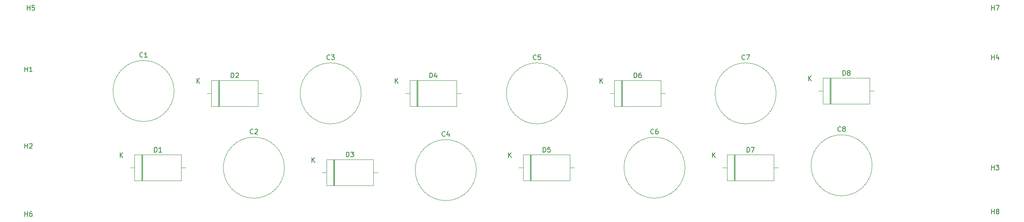
<source format=gbr>
%TF.GenerationSoftware,KiCad,Pcbnew,8.0.7*%
%TF.CreationDate,2025-10-03T18:14:02-07:00*%
%TF.ProjectId,HV Power Supply,48562050-6f77-4657-9220-537570706c79,rev?*%
%TF.SameCoordinates,Original*%
%TF.FileFunction,Legend,Top*%
%TF.FilePolarity,Positive*%
%FSLAX46Y46*%
G04 Gerber Fmt 4.6, Leading zero omitted, Abs format (unit mm)*
G04 Created by KiCad (PCBNEW 8.0.7) date 2025-10-03 18:14:02*
%MOMM*%
%LPD*%
G01*
G04 APERTURE LIST*
%ADD10C,0.150000*%
%ADD11C,0.120000*%
G04 APERTURE END LIST*
D10*
X256238095Y-118654819D02*
X256238095Y-117654819D01*
X256238095Y-118131009D02*
X256809523Y-118131009D01*
X256809523Y-118654819D02*
X256809523Y-117654819D01*
X257428571Y-118083390D02*
X257333333Y-118035771D01*
X257333333Y-118035771D02*
X257285714Y-117988152D01*
X257285714Y-117988152D02*
X257238095Y-117892914D01*
X257238095Y-117892914D02*
X257238095Y-117845295D01*
X257238095Y-117845295D02*
X257285714Y-117750057D01*
X257285714Y-117750057D02*
X257333333Y-117702438D01*
X257333333Y-117702438D02*
X257428571Y-117654819D01*
X257428571Y-117654819D02*
X257619047Y-117654819D01*
X257619047Y-117654819D02*
X257714285Y-117702438D01*
X257714285Y-117702438D02*
X257761904Y-117750057D01*
X257761904Y-117750057D02*
X257809523Y-117845295D01*
X257809523Y-117845295D02*
X257809523Y-117892914D01*
X257809523Y-117892914D02*
X257761904Y-117988152D01*
X257761904Y-117988152D02*
X257714285Y-118035771D01*
X257714285Y-118035771D02*
X257619047Y-118083390D01*
X257619047Y-118083390D02*
X257428571Y-118083390D01*
X257428571Y-118083390D02*
X257333333Y-118131009D01*
X257333333Y-118131009D02*
X257285714Y-118178628D01*
X257285714Y-118178628D02*
X257238095Y-118273866D01*
X257238095Y-118273866D02*
X257238095Y-118464342D01*
X257238095Y-118464342D02*
X257285714Y-118559580D01*
X257285714Y-118559580D02*
X257333333Y-118607200D01*
X257333333Y-118607200D02*
X257428571Y-118654819D01*
X257428571Y-118654819D02*
X257619047Y-118654819D01*
X257619047Y-118654819D02*
X257714285Y-118607200D01*
X257714285Y-118607200D02*
X257761904Y-118559580D01*
X257761904Y-118559580D02*
X257809523Y-118464342D01*
X257809523Y-118464342D02*
X257809523Y-118273866D01*
X257809523Y-118273866D02*
X257761904Y-118178628D01*
X257761904Y-118178628D02*
X257714285Y-118131009D01*
X257714285Y-118131009D02*
X257619047Y-118083390D01*
X256238095Y-76154819D02*
X256238095Y-75154819D01*
X256238095Y-75631009D02*
X256809523Y-75631009D01*
X256809523Y-76154819D02*
X256809523Y-75154819D01*
X257190476Y-75154819D02*
X257857142Y-75154819D01*
X257857142Y-75154819D02*
X257428571Y-76154819D01*
X54738095Y-119154819D02*
X54738095Y-118154819D01*
X54738095Y-118631009D02*
X55309523Y-118631009D01*
X55309523Y-119154819D02*
X55309523Y-118154819D01*
X56214285Y-118154819D02*
X56023809Y-118154819D01*
X56023809Y-118154819D02*
X55928571Y-118202438D01*
X55928571Y-118202438D02*
X55880952Y-118250057D01*
X55880952Y-118250057D02*
X55785714Y-118392914D01*
X55785714Y-118392914D02*
X55738095Y-118583390D01*
X55738095Y-118583390D02*
X55738095Y-118964342D01*
X55738095Y-118964342D02*
X55785714Y-119059580D01*
X55785714Y-119059580D02*
X55833333Y-119107200D01*
X55833333Y-119107200D02*
X55928571Y-119154819D01*
X55928571Y-119154819D02*
X56119047Y-119154819D01*
X56119047Y-119154819D02*
X56214285Y-119107200D01*
X56214285Y-119107200D02*
X56261904Y-119059580D01*
X56261904Y-119059580D02*
X56309523Y-118964342D01*
X56309523Y-118964342D02*
X56309523Y-118726247D01*
X56309523Y-118726247D02*
X56261904Y-118631009D01*
X56261904Y-118631009D02*
X56214285Y-118583390D01*
X56214285Y-118583390D02*
X56119047Y-118535771D01*
X56119047Y-118535771D02*
X55928571Y-118535771D01*
X55928571Y-118535771D02*
X55833333Y-118583390D01*
X55833333Y-118583390D02*
X55785714Y-118631009D01*
X55785714Y-118631009D02*
X55738095Y-118726247D01*
X55238095Y-76154819D02*
X55238095Y-75154819D01*
X55238095Y-75631009D02*
X55809523Y-75631009D01*
X55809523Y-76154819D02*
X55809523Y-75154819D01*
X56761904Y-75154819D02*
X56285714Y-75154819D01*
X56285714Y-75154819D02*
X56238095Y-75631009D01*
X56238095Y-75631009D02*
X56285714Y-75583390D01*
X56285714Y-75583390D02*
X56380952Y-75535771D01*
X56380952Y-75535771D02*
X56619047Y-75535771D01*
X56619047Y-75535771D02*
X56714285Y-75583390D01*
X56714285Y-75583390D02*
X56761904Y-75631009D01*
X56761904Y-75631009D02*
X56809523Y-75726247D01*
X56809523Y-75726247D02*
X56809523Y-75964342D01*
X56809523Y-75964342D02*
X56761904Y-76059580D01*
X56761904Y-76059580D02*
X56714285Y-76107200D01*
X56714285Y-76107200D02*
X56619047Y-76154819D01*
X56619047Y-76154819D02*
X56380952Y-76154819D01*
X56380952Y-76154819D02*
X56285714Y-76107200D01*
X56285714Y-76107200D02*
X56238095Y-76059580D01*
X256238095Y-86454819D02*
X256238095Y-85454819D01*
X256238095Y-85931009D02*
X256809523Y-85931009D01*
X256809523Y-86454819D02*
X256809523Y-85454819D01*
X257714285Y-85788152D02*
X257714285Y-86454819D01*
X257476190Y-85407200D02*
X257238095Y-86121485D01*
X257238095Y-86121485D02*
X257857142Y-86121485D01*
X204833333Y-86359580D02*
X204785714Y-86407200D01*
X204785714Y-86407200D02*
X204642857Y-86454819D01*
X204642857Y-86454819D02*
X204547619Y-86454819D01*
X204547619Y-86454819D02*
X204404762Y-86407200D01*
X204404762Y-86407200D02*
X204309524Y-86311961D01*
X204309524Y-86311961D02*
X204261905Y-86216723D01*
X204261905Y-86216723D02*
X204214286Y-86026247D01*
X204214286Y-86026247D02*
X204214286Y-85883390D01*
X204214286Y-85883390D02*
X204261905Y-85692914D01*
X204261905Y-85692914D02*
X204309524Y-85597676D01*
X204309524Y-85597676D02*
X204404762Y-85502438D01*
X204404762Y-85502438D02*
X204547619Y-85454819D01*
X204547619Y-85454819D02*
X204642857Y-85454819D01*
X204642857Y-85454819D02*
X204785714Y-85502438D01*
X204785714Y-85502438D02*
X204833333Y-85550057D01*
X205166667Y-85454819D02*
X205833333Y-85454819D01*
X205833333Y-85454819D02*
X205404762Y-86454819D01*
X161333333Y-86359580D02*
X161285714Y-86407200D01*
X161285714Y-86407200D02*
X161142857Y-86454819D01*
X161142857Y-86454819D02*
X161047619Y-86454819D01*
X161047619Y-86454819D02*
X160904762Y-86407200D01*
X160904762Y-86407200D02*
X160809524Y-86311961D01*
X160809524Y-86311961D02*
X160761905Y-86216723D01*
X160761905Y-86216723D02*
X160714286Y-86026247D01*
X160714286Y-86026247D02*
X160714286Y-85883390D01*
X160714286Y-85883390D02*
X160761905Y-85692914D01*
X160761905Y-85692914D02*
X160809524Y-85597676D01*
X160809524Y-85597676D02*
X160904762Y-85502438D01*
X160904762Y-85502438D02*
X161047619Y-85454819D01*
X161047619Y-85454819D02*
X161142857Y-85454819D01*
X161142857Y-85454819D02*
X161285714Y-85502438D01*
X161285714Y-85502438D02*
X161333333Y-85550057D01*
X162238095Y-85454819D02*
X161761905Y-85454819D01*
X161761905Y-85454819D02*
X161714286Y-85931009D01*
X161714286Y-85931009D02*
X161761905Y-85883390D01*
X161761905Y-85883390D02*
X161857143Y-85835771D01*
X161857143Y-85835771D02*
X162095238Y-85835771D01*
X162095238Y-85835771D02*
X162190476Y-85883390D01*
X162190476Y-85883390D02*
X162238095Y-85931009D01*
X162238095Y-85931009D02*
X162285714Y-86026247D01*
X162285714Y-86026247D02*
X162285714Y-86264342D01*
X162285714Y-86264342D02*
X162238095Y-86359580D01*
X162238095Y-86359580D02*
X162190476Y-86407200D01*
X162190476Y-86407200D02*
X162095238Y-86454819D01*
X162095238Y-86454819D02*
X161857143Y-86454819D01*
X161857143Y-86454819D02*
X161761905Y-86407200D01*
X161761905Y-86407200D02*
X161714286Y-86359580D01*
X256238095Y-109454819D02*
X256238095Y-108454819D01*
X256238095Y-108931009D02*
X256809523Y-108931009D01*
X256809523Y-109454819D02*
X256809523Y-108454819D01*
X257190476Y-108454819D02*
X257809523Y-108454819D01*
X257809523Y-108454819D02*
X257476190Y-108835771D01*
X257476190Y-108835771D02*
X257619047Y-108835771D01*
X257619047Y-108835771D02*
X257714285Y-108883390D01*
X257714285Y-108883390D02*
X257761904Y-108931009D01*
X257761904Y-108931009D02*
X257809523Y-109026247D01*
X257809523Y-109026247D02*
X257809523Y-109264342D01*
X257809523Y-109264342D02*
X257761904Y-109359580D01*
X257761904Y-109359580D02*
X257714285Y-109407200D01*
X257714285Y-109407200D02*
X257619047Y-109454819D01*
X257619047Y-109454819D02*
X257333333Y-109454819D01*
X257333333Y-109454819D02*
X257238095Y-109407200D01*
X257238095Y-109407200D02*
X257190476Y-109359580D01*
X79333333Y-85859580D02*
X79285714Y-85907200D01*
X79285714Y-85907200D02*
X79142857Y-85954819D01*
X79142857Y-85954819D02*
X79047619Y-85954819D01*
X79047619Y-85954819D02*
X78904762Y-85907200D01*
X78904762Y-85907200D02*
X78809524Y-85811961D01*
X78809524Y-85811961D02*
X78761905Y-85716723D01*
X78761905Y-85716723D02*
X78714286Y-85526247D01*
X78714286Y-85526247D02*
X78714286Y-85383390D01*
X78714286Y-85383390D02*
X78761905Y-85192914D01*
X78761905Y-85192914D02*
X78809524Y-85097676D01*
X78809524Y-85097676D02*
X78904762Y-85002438D01*
X78904762Y-85002438D02*
X79047619Y-84954819D01*
X79047619Y-84954819D02*
X79142857Y-84954819D01*
X79142857Y-84954819D02*
X79285714Y-85002438D01*
X79285714Y-85002438D02*
X79333333Y-85050057D01*
X80285714Y-85954819D02*
X79714286Y-85954819D01*
X80000000Y-85954819D02*
X80000000Y-84954819D01*
X80000000Y-84954819D02*
X79904762Y-85097676D01*
X79904762Y-85097676D02*
X79809524Y-85192914D01*
X79809524Y-85192914D02*
X79714286Y-85240533D01*
X142333333Y-102359580D02*
X142285714Y-102407200D01*
X142285714Y-102407200D02*
X142142857Y-102454819D01*
X142142857Y-102454819D02*
X142047619Y-102454819D01*
X142047619Y-102454819D02*
X141904762Y-102407200D01*
X141904762Y-102407200D02*
X141809524Y-102311961D01*
X141809524Y-102311961D02*
X141761905Y-102216723D01*
X141761905Y-102216723D02*
X141714286Y-102026247D01*
X141714286Y-102026247D02*
X141714286Y-101883390D01*
X141714286Y-101883390D02*
X141761905Y-101692914D01*
X141761905Y-101692914D02*
X141809524Y-101597676D01*
X141809524Y-101597676D02*
X141904762Y-101502438D01*
X141904762Y-101502438D02*
X142047619Y-101454819D01*
X142047619Y-101454819D02*
X142142857Y-101454819D01*
X142142857Y-101454819D02*
X142285714Y-101502438D01*
X142285714Y-101502438D02*
X142333333Y-101550057D01*
X143190476Y-101788152D02*
X143190476Y-102454819D01*
X142952381Y-101407200D02*
X142714286Y-102121485D01*
X142714286Y-102121485D02*
X143333333Y-102121485D01*
X81761905Y-105734819D02*
X81761905Y-104734819D01*
X81761905Y-104734819D02*
X82000000Y-104734819D01*
X82000000Y-104734819D02*
X82142857Y-104782438D01*
X82142857Y-104782438D02*
X82238095Y-104877676D01*
X82238095Y-104877676D02*
X82285714Y-104972914D01*
X82285714Y-104972914D02*
X82333333Y-105163390D01*
X82333333Y-105163390D02*
X82333333Y-105306247D01*
X82333333Y-105306247D02*
X82285714Y-105496723D01*
X82285714Y-105496723D02*
X82238095Y-105591961D01*
X82238095Y-105591961D02*
X82142857Y-105687200D01*
X82142857Y-105687200D02*
X82000000Y-105734819D01*
X82000000Y-105734819D02*
X81761905Y-105734819D01*
X83285714Y-105734819D02*
X82714286Y-105734819D01*
X83000000Y-105734819D02*
X83000000Y-104734819D01*
X83000000Y-104734819D02*
X82904762Y-104877676D01*
X82904762Y-104877676D02*
X82809524Y-104972914D01*
X82809524Y-104972914D02*
X82714286Y-105020533D01*
X74618095Y-106854819D02*
X74618095Y-105854819D01*
X75189523Y-106854819D02*
X74760952Y-106283390D01*
X75189523Y-105854819D02*
X74618095Y-106426247D01*
X121761905Y-106734819D02*
X121761905Y-105734819D01*
X121761905Y-105734819D02*
X122000000Y-105734819D01*
X122000000Y-105734819D02*
X122142857Y-105782438D01*
X122142857Y-105782438D02*
X122238095Y-105877676D01*
X122238095Y-105877676D02*
X122285714Y-105972914D01*
X122285714Y-105972914D02*
X122333333Y-106163390D01*
X122333333Y-106163390D02*
X122333333Y-106306247D01*
X122333333Y-106306247D02*
X122285714Y-106496723D01*
X122285714Y-106496723D02*
X122238095Y-106591961D01*
X122238095Y-106591961D02*
X122142857Y-106687200D01*
X122142857Y-106687200D02*
X122000000Y-106734819D01*
X122000000Y-106734819D02*
X121761905Y-106734819D01*
X122666667Y-105734819D02*
X123285714Y-105734819D01*
X123285714Y-105734819D02*
X122952381Y-106115771D01*
X122952381Y-106115771D02*
X123095238Y-106115771D01*
X123095238Y-106115771D02*
X123190476Y-106163390D01*
X123190476Y-106163390D02*
X123238095Y-106211009D01*
X123238095Y-106211009D02*
X123285714Y-106306247D01*
X123285714Y-106306247D02*
X123285714Y-106544342D01*
X123285714Y-106544342D02*
X123238095Y-106639580D01*
X123238095Y-106639580D02*
X123190476Y-106687200D01*
X123190476Y-106687200D02*
X123095238Y-106734819D01*
X123095238Y-106734819D02*
X122809524Y-106734819D01*
X122809524Y-106734819D02*
X122714286Y-106687200D01*
X122714286Y-106687200D02*
X122666667Y-106639580D01*
X114618095Y-107854819D02*
X114618095Y-106854819D01*
X115189523Y-107854819D02*
X114760952Y-107283390D01*
X115189523Y-106854819D02*
X114618095Y-107426247D01*
X181761905Y-90234819D02*
X181761905Y-89234819D01*
X181761905Y-89234819D02*
X182000000Y-89234819D01*
X182000000Y-89234819D02*
X182142857Y-89282438D01*
X182142857Y-89282438D02*
X182238095Y-89377676D01*
X182238095Y-89377676D02*
X182285714Y-89472914D01*
X182285714Y-89472914D02*
X182333333Y-89663390D01*
X182333333Y-89663390D02*
X182333333Y-89806247D01*
X182333333Y-89806247D02*
X182285714Y-89996723D01*
X182285714Y-89996723D02*
X182238095Y-90091961D01*
X182238095Y-90091961D02*
X182142857Y-90187200D01*
X182142857Y-90187200D02*
X182000000Y-90234819D01*
X182000000Y-90234819D02*
X181761905Y-90234819D01*
X183190476Y-89234819D02*
X183000000Y-89234819D01*
X183000000Y-89234819D02*
X182904762Y-89282438D01*
X182904762Y-89282438D02*
X182857143Y-89330057D01*
X182857143Y-89330057D02*
X182761905Y-89472914D01*
X182761905Y-89472914D02*
X182714286Y-89663390D01*
X182714286Y-89663390D02*
X182714286Y-90044342D01*
X182714286Y-90044342D02*
X182761905Y-90139580D01*
X182761905Y-90139580D02*
X182809524Y-90187200D01*
X182809524Y-90187200D02*
X182904762Y-90234819D01*
X182904762Y-90234819D02*
X183095238Y-90234819D01*
X183095238Y-90234819D02*
X183190476Y-90187200D01*
X183190476Y-90187200D02*
X183238095Y-90139580D01*
X183238095Y-90139580D02*
X183285714Y-90044342D01*
X183285714Y-90044342D02*
X183285714Y-89806247D01*
X183285714Y-89806247D02*
X183238095Y-89711009D01*
X183238095Y-89711009D02*
X183190476Y-89663390D01*
X183190476Y-89663390D02*
X183095238Y-89615771D01*
X183095238Y-89615771D02*
X182904762Y-89615771D01*
X182904762Y-89615771D02*
X182809524Y-89663390D01*
X182809524Y-89663390D02*
X182761905Y-89711009D01*
X182761905Y-89711009D02*
X182714286Y-89806247D01*
X174618095Y-91354819D02*
X174618095Y-90354819D01*
X175189523Y-91354819D02*
X174760952Y-90783390D01*
X175189523Y-90354819D02*
X174618095Y-90926247D01*
X162761905Y-105734819D02*
X162761905Y-104734819D01*
X162761905Y-104734819D02*
X163000000Y-104734819D01*
X163000000Y-104734819D02*
X163142857Y-104782438D01*
X163142857Y-104782438D02*
X163238095Y-104877676D01*
X163238095Y-104877676D02*
X163285714Y-104972914D01*
X163285714Y-104972914D02*
X163333333Y-105163390D01*
X163333333Y-105163390D02*
X163333333Y-105306247D01*
X163333333Y-105306247D02*
X163285714Y-105496723D01*
X163285714Y-105496723D02*
X163238095Y-105591961D01*
X163238095Y-105591961D02*
X163142857Y-105687200D01*
X163142857Y-105687200D02*
X163000000Y-105734819D01*
X163000000Y-105734819D02*
X162761905Y-105734819D01*
X164238095Y-104734819D02*
X163761905Y-104734819D01*
X163761905Y-104734819D02*
X163714286Y-105211009D01*
X163714286Y-105211009D02*
X163761905Y-105163390D01*
X163761905Y-105163390D02*
X163857143Y-105115771D01*
X163857143Y-105115771D02*
X164095238Y-105115771D01*
X164095238Y-105115771D02*
X164190476Y-105163390D01*
X164190476Y-105163390D02*
X164238095Y-105211009D01*
X164238095Y-105211009D02*
X164285714Y-105306247D01*
X164285714Y-105306247D02*
X164285714Y-105544342D01*
X164285714Y-105544342D02*
X164238095Y-105639580D01*
X164238095Y-105639580D02*
X164190476Y-105687200D01*
X164190476Y-105687200D02*
X164095238Y-105734819D01*
X164095238Y-105734819D02*
X163857143Y-105734819D01*
X163857143Y-105734819D02*
X163761905Y-105687200D01*
X163761905Y-105687200D02*
X163714286Y-105639580D01*
X155618095Y-106854819D02*
X155618095Y-105854819D01*
X156189523Y-106854819D02*
X155760952Y-106283390D01*
X156189523Y-105854819D02*
X155618095Y-106426247D01*
X224833333Y-101359580D02*
X224785714Y-101407200D01*
X224785714Y-101407200D02*
X224642857Y-101454819D01*
X224642857Y-101454819D02*
X224547619Y-101454819D01*
X224547619Y-101454819D02*
X224404762Y-101407200D01*
X224404762Y-101407200D02*
X224309524Y-101311961D01*
X224309524Y-101311961D02*
X224261905Y-101216723D01*
X224261905Y-101216723D02*
X224214286Y-101026247D01*
X224214286Y-101026247D02*
X224214286Y-100883390D01*
X224214286Y-100883390D02*
X224261905Y-100692914D01*
X224261905Y-100692914D02*
X224309524Y-100597676D01*
X224309524Y-100597676D02*
X224404762Y-100502438D01*
X224404762Y-100502438D02*
X224547619Y-100454819D01*
X224547619Y-100454819D02*
X224642857Y-100454819D01*
X224642857Y-100454819D02*
X224785714Y-100502438D01*
X224785714Y-100502438D02*
X224833333Y-100550057D01*
X225404762Y-100883390D02*
X225309524Y-100835771D01*
X225309524Y-100835771D02*
X225261905Y-100788152D01*
X225261905Y-100788152D02*
X225214286Y-100692914D01*
X225214286Y-100692914D02*
X225214286Y-100645295D01*
X225214286Y-100645295D02*
X225261905Y-100550057D01*
X225261905Y-100550057D02*
X225309524Y-100502438D01*
X225309524Y-100502438D02*
X225404762Y-100454819D01*
X225404762Y-100454819D02*
X225595238Y-100454819D01*
X225595238Y-100454819D02*
X225690476Y-100502438D01*
X225690476Y-100502438D02*
X225738095Y-100550057D01*
X225738095Y-100550057D02*
X225785714Y-100645295D01*
X225785714Y-100645295D02*
X225785714Y-100692914D01*
X225785714Y-100692914D02*
X225738095Y-100788152D01*
X225738095Y-100788152D02*
X225690476Y-100835771D01*
X225690476Y-100835771D02*
X225595238Y-100883390D01*
X225595238Y-100883390D02*
X225404762Y-100883390D01*
X225404762Y-100883390D02*
X225309524Y-100931009D01*
X225309524Y-100931009D02*
X225261905Y-100978628D01*
X225261905Y-100978628D02*
X225214286Y-101073866D01*
X225214286Y-101073866D02*
X225214286Y-101264342D01*
X225214286Y-101264342D02*
X225261905Y-101359580D01*
X225261905Y-101359580D02*
X225309524Y-101407200D01*
X225309524Y-101407200D02*
X225404762Y-101454819D01*
X225404762Y-101454819D02*
X225595238Y-101454819D01*
X225595238Y-101454819D02*
X225690476Y-101407200D01*
X225690476Y-101407200D02*
X225738095Y-101359580D01*
X225738095Y-101359580D02*
X225785714Y-101264342D01*
X225785714Y-101264342D02*
X225785714Y-101073866D01*
X225785714Y-101073866D02*
X225738095Y-100978628D01*
X225738095Y-100978628D02*
X225690476Y-100931009D01*
X225690476Y-100931009D02*
X225595238Y-100883390D01*
X118333333Y-86359580D02*
X118285714Y-86407200D01*
X118285714Y-86407200D02*
X118142857Y-86454819D01*
X118142857Y-86454819D02*
X118047619Y-86454819D01*
X118047619Y-86454819D02*
X117904762Y-86407200D01*
X117904762Y-86407200D02*
X117809524Y-86311961D01*
X117809524Y-86311961D02*
X117761905Y-86216723D01*
X117761905Y-86216723D02*
X117714286Y-86026247D01*
X117714286Y-86026247D02*
X117714286Y-85883390D01*
X117714286Y-85883390D02*
X117761905Y-85692914D01*
X117761905Y-85692914D02*
X117809524Y-85597676D01*
X117809524Y-85597676D02*
X117904762Y-85502438D01*
X117904762Y-85502438D02*
X118047619Y-85454819D01*
X118047619Y-85454819D02*
X118142857Y-85454819D01*
X118142857Y-85454819D02*
X118285714Y-85502438D01*
X118285714Y-85502438D02*
X118333333Y-85550057D01*
X118666667Y-85454819D02*
X119285714Y-85454819D01*
X119285714Y-85454819D02*
X118952381Y-85835771D01*
X118952381Y-85835771D02*
X119095238Y-85835771D01*
X119095238Y-85835771D02*
X119190476Y-85883390D01*
X119190476Y-85883390D02*
X119238095Y-85931009D01*
X119238095Y-85931009D02*
X119285714Y-86026247D01*
X119285714Y-86026247D02*
X119285714Y-86264342D01*
X119285714Y-86264342D02*
X119238095Y-86359580D01*
X119238095Y-86359580D02*
X119190476Y-86407200D01*
X119190476Y-86407200D02*
X119095238Y-86454819D01*
X119095238Y-86454819D02*
X118809524Y-86454819D01*
X118809524Y-86454819D02*
X118714286Y-86407200D01*
X118714286Y-86407200D02*
X118666667Y-86359580D01*
X205261905Y-105734819D02*
X205261905Y-104734819D01*
X205261905Y-104734819D02*
X205500000Y-104734819D01*
X205500000Y-104734819D02*
X205642857Y-104782438D01*
X205642857Y-104782438D02*
X205738095Y-104877676D01*
X205738095Y-104877676D02*
X205785714Y-104972914D01*
X205785714Y-104972914D02*
X205833333Y-105163390D01*
X205833333Y-105163390D02*
X205833333Y-105306247D01*
X205833333Y-105306247D02*
X205785714Y-105496723D01*
X205785714Y-105496723D02*
X205738095Y-105591961D01*
X205738095Y-105591961D02*
X205642857Y-105687200D01*
X205642857Y-105687200D02*
X205500000Y-105734819D01*
X205500000Y-105734819D02*
X205261905Y-105734819D01*
X206166667Y-104734819D02*
X206833333Y-104734819D01*
X206833333Y-104734819D02*
X206404762Y-105734819D01*
X198118095Y-106854819D02*
X198118095Y-105854819D01*
X198689523Y-106854819D02*
X198260952Y-106283390D01*
X198689523Y-105854819D02*
X198118095Y-106426247D01*
X139141905Y-90234819D02*
X139141905Y-89234819D01*
X139141905Y-89234819D02*
X139380000Y-89234819D01*
X139380000Y-89234819D02*
X139522857Y-89282438D01*
X139522857Y-89282438D02*
X139618095Y-89377676D01*
X139618095Y-89377676D02*
X139665714Y-89472914D01*
X139665714Y-89472914D02*
X139713333Y-89663390D01*
X139713333Y-89663390D02*
X139713333Y-89806247D01*
X139713333Y-89806247D02*
X139665714Y-89996723D01*
X139665714Y-89996723D02*
X139618095Y-90091961D01*
X139618095Y-90091961D02*
X139522857Y-90187200D01*
X139522857Y-90187200D02*
X139380000Y-90234819D01*
X139380000Y-90234819D02*
X139141905Y-90234819D01*
X140570476Y-89568152D02*
X140570476Y-90234819D01*
X140332381Y-89187200D02*
X140094286Y-89901485D01*
X140094286Y-89901485D02*
X140713333Y-89901485D01*
X131998095Y-91354819D02*
X131998095Y-90354819D01*
X132569523Y-91354819D02*
X132140952Y-90783390D01*
X132569523Y-90354819D02*
X131998095Y-90926247D01*
X102333333Y-101859580D02*
X102285714Y-101907200D01*
X102285714Y-101907200D02*
X102142857Y-101954819D01*
X102142857Y-101954819D02*
X102047619Y-101954819D01*
X102047619Y-101954819D02*
X101904762Y-101907200D01*
X101904762Y-101907200D02*
X101809524Y-101811961D01*
X101809524Y-101811961D02*
X101761905Y-101716723D01*
X101761905Y-101716723D02*
X101714286Y-101526247D01*
X101714286Y-101526247D02*
X101714286Y-101383390D01*
X101714286Y-101383390D02*
X101761905Y-101192914D01*
X101761905Y-101192914D02*
X101809524Y-101097676D01*
X101809524Y-101097676D02*
X101904762Y-101002438D01*
X101904762Y-101002438D02*
X102047619Y-100954819D01*
X102047619Y-100954819D02*
X102142857Y-100954819D01*
X102142857Y-100954819D02*
X102285714Y-101002438D01*
X102285714Y-101002438D02*
X102333333Y-101050057D01*
X102714286Y-101050057D02*
X102761905Y-101002438D01*
X102761905Y-101002438D02*
X102857143Y-100954819D01*
X102857143Y-100954819D02*
X103095238Y-100954819D01*
X103095238Y-100954819D02*
X103190476Y-101002438D01*
X103190476Y-101002438D02*
X103238095Y-101050057D01*
X103238095Y-101050057D02*
X103285714Y-101145295D01*
X103285714Y-101145295D02*
X103285714Y-101240533D01*
X103285714Y-101240533D02*
X103238095Y-101383390D01*
X103238095Y-101383390D02*
X102666667Y-101954819D01*
X102666667Y-101954819D02*
X103285714Y-101954819D01*
X225261905Y-89734819D02*
X225261905Y-88734819D01*
X225261905Y-88734819D02*
X225500000Y-88734819D01*
X225500000Y-88734819D02*
X225642857Y-88782438D01*
X225642857Y-88782438D02*
X225738095Y-88877676D01*
X225738095Y-88877676D02*
X225785714Y-88972914D01*
X225785714Y-88972914D02*
X225833333Y-89163390D01*
X225833333Y-89163390D02*
X225833333Y-89306247D01*
X225833333Y-89306247D02*
X225785714Y-89496723D01*
X225785714Y-89496723D02*
X225738095Y-89591961D01*
X225738095Y-89591961D02*
X225642857Y-89687200D01*
X225642857Y-89687200D02*
X225500000Y-89734819D01*
X225500000Y-89734819D02*
X225261905Y-89734819D01*
X226404762Y-89163390D02*
X226309524Y-89115771D01*
X226309524Y-89115771D02*
X226261905Y-89068152D01*
X226261905Y-89068152D02*
X226214286Y-88972914D01*
X226214286Y-88972914D02*
X226214286Y-88925295D01*
X226214286Y-88925295D02*
X226261905Y-88830057D01*
X226261905Y-88830057D02*
X226309524Y-88782438D01*
X226309524Y-88782438D02*
X226404762Y-88734819D01*
X226404762Y-88734819D02*
X226595238Y-88734819D01*
X226595238Y-88734819D02*
X226690476Y-88782438D01*
X226690476Y-88782438D02*
X226738095Y-88830057D01*
X226738095Y-88830057D02*
X226785714Y-88925295D01*
X226785714Y-88925295D02*
X226785714Y-88972914D01*
X226785714Y-88972914D02*
X226738095Y-89068152D01*
X226738095Y-89068152D02*
X226690476Y-89115771D01*
X226690476Y-89115771D02*
X226595238Y-89163390D01*
X226595238Y-89163390D02*
X226404762Y-89163390D01*
X226404762Y-89163390D02*
X226309524Y-89211009D01*
X226309524Y-89211009D02*
X226261905Y-89258628D01*
X226261905Y-89258628D02*
X226214286Y-89353866D01*
X226214286Y-89353866D02*
X226214286Y-89544342D01*
X226214286Y-89544342D02*
X226261905Y-89639580D01*
X226261905Y-89639580D02*
X226309524Y-89687200D01*
X226309524Y-89687200D02*
X226404762Y-89734819D01*
X226404762Y-89734819D02*
X226595238Y-89734819D01*
X226595238Y-89734819D02*
X226690476Y-89687200D01*
X226690476Y-89687200D02*
X226738095Y-89639580D01*
X226738095Y-89639580D02*
X226785714Y-89544342D01*
X226785714Y-89544342D02*
X226785714Y-89353866D01*
X226785714Y-89353866D02*
X226738095Y-89258628D01*
X226738095Y-89258628D02*
X226690476Y-89211009D01*
X226690476Y-89211009D02*
X226595238Y-89163390D01*
X218118095Y-90854819D02*
X218118095Y-89854819D01*
X218689523Y-90854819D02*
X218260952Y-90283390D01*
X218689523Y-89854819D02*
X218118095Y-90426247D01*
X97761905Y-90234819D02*
X97761905Y-89234819D01*
X97761905Y-89234819D02*
X98000000Y-89234819D01*
X98000000Y-89234819D02*
X98142857Y-89282438D01*
X98142857Y-89282438D02*
X98238095Y-89377676D01*
X98238095Y-89377676D02*
X98285714Y-89472914D01*
X98285714Y-89472914D02*
X98333333Y-89663390D01*
X98333333Y-89663390D02*
X98333333Y-89806247D01*
X98333333Y-89806247D02*
X98285714Y-89996723D01*
X98285714Y-89996723D02*
X98238095Y-90091961D01*
X98238095Y-90091961D02*
X98142857Y-90187200D01*
X98142857Y-90187200D02*
X98000000Y-90234819D01*
X98000000Y-90234819D02*
X97761905Y-90234819D01*
X98714286Y-89330057D02*
X98761905Y-89282438D01*
X98761905Y-89282438D02*
X98857143Y-89234819D01*
X98857143Y-89234819D02*
X99095238Y-89234819D01*
X99095238Y-89234819D02*
X99190476Y-89282438D01*
X99190476Y-89282438D02*
X99238095Y-89330057D01*
X99238095Y-89330057D02*
X99285714Y-89425295D01*
X99285714Y-89425295D02*
X99285714Y-89520533D01*
X99285714Y-89520533D02*
X99238095Y-89663390D01*
X99238095Y-89663390D02*
X98666667Y-90234819D01*
X98666667Y-90234819D02*
X99285714Y-90234819D01*
X90618095Y-91354819D02*
X90618095Y-90354819D01*
X91189523Y-91354819D02*
X90760952Y-90783390D01*
X91189523Y-90354819D02*
X90618095Y-90926247D01*
X185833333Y-101859580D02*
X185785714Y-101907200D01*
X185785714Y-101907200D02*
X185642857Y-101954819D01*
X185642857Y-101954819D02*
X185547619Y-101954819D01*
X185547619Y-101954819D02*
X185404762Y-101907200D01*
X185404762Y-101907200D02*
X185309524Y-101811961D01*
X185309524Y-101811961D02*
X185261905Y-101716723D01*
X185261905Y-101716723D02*
X185214286Y-101526247D01*
X185214286Y-101526247D02*
X185214286Y-101383390D01*
X185214286Y-101383390D02*
X185261905Y-101192914D01*
X185261905Y-101192914D02*
X185309524Y-101097676D01*
X185309524Y-101097676D02*
X185404762Y-101002438D01*
X185404762Y-101002438D02*
X185547619Y-100954819D01*
X185547619Y-100954819D02*
X185642857Y-100954819D01*
X185642857Y-100954819D02*
X185785714Y-101002438D01*
X185785714Y-101002438D02*
X185833333Y-101050057D01*
X186690476Y-100954819D02*
X186500000Y-100954819D01*
X186500000Y-100954819D02*
X186404762Y-101002438D01*
X186404762Y-101002438D02*
X186357143Y-101050057D01*
X186357143Y-101050057D02*
X186261905Y-101192914D01*
X186261905Y-101192914D02*
X186214286Y-101383390D01*
X186214286Y-101383390D02*
X186214286Y-101764342D01*
X186214286Y-101764342D02*
X186261905Y-101859580D01*
X186261905Y-101859580D02*
X186309524Y-101907200D01*
X186309524Y-101907200D02*
X186404762Y-101954819D01*
X186404762Y-101954819D02*
X186595238Y-101954819D01*
X186595238Y-101954819D02*
X186690476Y-101907200D01*
X186690476Y-101907200D02*
X186738095Y-101859580D01*
X186738095Y-101859580D02*
X186785714Y-101764342D01*
X186785714Y-101764342D02*
X186785714Y-101526247D01*
X186785714Y-101526247D02*
X186738095Y-101431009D01*
X186738095Y-101431009D02*
X186690476Y-101383390D01*
X186690476Y-101383390D02*
X186595238Y-101335771D01*
X186595238Y-101335771D02*
X186404762Y-101335771D01*
X186404762Y-101335771D02*
X186309524Y-101383390D01*
X186309524Y-101383390D02*
X186261905Y-101431009D01*
X186261905Y-101431009D02*
X186214286Y-101526247D01*
X54738095Y-88954819D02*
X54738095Y-87954819D01*
X54738095Y-88431009D02*
X55309523Y-88431009D01*
X55309523Y-88954819D02*
X55309523Y-87954819D01*
X56309523Y-88954819D02*
X55738095Y-88954819D01*
X56023809Y-88954819D02*
X56023809Y-87954819D01*
X56023809Y-87954819D02*
X55928571Y-88097676D01*
X55928571Y-88097676D02*
X55833333Y-88192914D01*
X55833333Y-88192914D02*
X55738095Y-88240533D01*
X54738095Y-104954819D02*
X54738095Y-103954819D01*
X54738095Y-104431009D02*
X55309523Y-104431009D01*
X55309523Y-104954819D02*
X55309523Y-103954819D01*
X55738095Y-104050057D02*
X55785714Y-104002438D01*
X55785714Y-104002438D02*
X55880952Y-103954819D01*
X55880952Y-103954819D02*
X56119047Y-103954819D01*
X56119047Y-103954819D02*
X56214285Y-104002438D01*
X56214285Y-104002438D02*
X56261904Y-104050057D01*
X56261904Y-104050057D02*
X56309523Y-104145295D01*
X56309523Y-104145295D02*
X56309523Y-104240533D01*
X56309523Y-104240533D02*
X56261904Y-104383390D01*
X56261904Y-104383390D02*
X55690476Y-104954819D01*
X55690476Y-104954819D02*
X56309523Y-104954819D01*
D11*
%TO.C,C7*%
X211370000Y-93500000D02*
G75*
G02*
X198630000Y-93500000I-6370000J0D01*
G01*
X198630000Y-93500000D02*
G75*
G02*
X211370000Y-93500000I6370000J0D01*
G01*
%TO.C,C5*%
X167870000Y-93500000D02*
G75*
G02*
X155130000Y-93500000I-6370000J0D01*
G01*
X155130000Y-93500000D02*
G75*
G02*
X167870000Y-93500000I6370000J0D01*
G01*
%TO.C,C1*%
X85870000Y-93000000D02*
G75*
G02*
X73130000Y-93000000I-6370000J0D01*
G01*
X73130000Y-93000000D02*
G75*
G02*
X85870000Y-93000000I6370000J0D01*
G01*
%TO.C,C4*%
X148870000Y-109500000D02*
G75*
G02*
X136130000Y-109500000I-6370000J0D01*
G01*
X136130000Y-109500000D02*
G75*
G02*
X148870000Y-109500000I6370000J0D01*
G01*
%TO.C,D1*%
X76720000Y-109000000D02*
X77630000Y-109000000D01*
X77630000Y-106280000D02*
X77630000Y-111720000D01*
X77630000Y-111720000D02*
X87370000Y-111720000D01*
X79055000Y-106280000D02*
X79055000Y-111720000D01*
X79175000Y-106280000D02*
X79175000Y-111720000D01*
X79295000Y-106280000D02*
X79295000Y-111720000D01*
X87370000Y-106280000D02*
X77630000Y-106280000D01*
X87370000Y-111720000D02*
X87370000Y-106280000D01*
X88280000Y-109000000D02*
X87370000Y-109000000D01*
%TO.C,D3*%
X128280000Y-110000000D02*
X127370000Y-110000000D01*
X127370000Y-112720000D02*
X127370000Y-107280000D01*
X127370000Y-107280000D02*
X117630000Y-107280000D01*
X119295000Y-107280000D02*
X119295000Y-112720000D01*
X119175000Y-107280000D02*
X119175000Y-112720000D01*
X119055000Y-107280000D02*
X119055000Y-112720000D01*
X117630000Y-112720000D02*
X127370000Y-112720000D01*
X117630000Y-107280000D02*
X117630000Y-112720000D01*
X116720000Y-110000000D02*
X117630000Y-110000000D01*
%TO.C,D6*%
X188280000Y-93500000D02*
X187370000Y-93500000D01*
X187370000Y-96220000D02*
X187370000Y-90780000D01*
X187370000Y-90780000D02*
X177630000Y-90780000D01*
X179295000Y-90780000D02*
X179295000Y-96220000D01*
X179175000Y-90780000D02*
X179175000Y-96220000D01*
X179055000Y-90780000D02*
X179055000Y-96220000D01*
X177630000Y-96220000D02*
X187370000Y-96220000D01*
X177630000Y-90780000D02*
X177630000Y-96220000D01*
X176720000Y-93500000D02*
X177630000Y-93500000D01*
%TO.C,D5*%
X169280000Y-109000000D02*
X168370000Y-109000000D01*
X168370000Y-111720000D02*
X168370000Y-106280000D01*
X168370000Y-106280000D02*
X158630000Y-106280000D01*
X160295000Y-106280000D02*
X160295000Y-111720000D01*
X160175000Y-106280000D02*
X160175000Y-111720000D01*
X160055000Y-106280000D02*
X160055000Y-111720000D01*
X158630000Y-111720000D02*
X168370000Y-111720000D01*
X158630000Y-106280000D02*
X158630000Y-111720000D01*
X157720000Y-109000000D02*
X158630000Y-109000000D01*
%TO.C,C8*%
X231370000Y-108500000D02*
G75*
G02*
X218630000Y-108500000I-6370000J0D01*
G01*
X218630000Y-108500000D02*
G75*
G02*
X231370000Y-108500000I6370000J0D01*
G01*
%TO.C,C3*%
X124870000Y-93500000D02*
G75*
G02*
X112130000Y-93500000I-6370000J0D01*
G01*
X112130000Y-93500000D02*
G75*
G02*
X124870000Y-93500000I6370000J0D01*
G01*
%TO.C,D7*%
X211780000Y-109000000D02*
X210870000Y-109000000D01*
X210870000Y-111720000D02*
X210870000Y-106280000D01*
X210870000Y-106280000D02*
X201130000Y-106280000D01*
X202795000Y-106280000D02*
X202795000Y-111720000D01*
X202675000Y-106280000D02*
X202675000Y-111720000D01*
X202555000Y-106280000D02*
X202555000Y-111720000D01*
X201130000Y-111720000D02*
X210870000Y-111720000D01*
X201130000Y-106280000D02*
X201130000Y-111720000D01*
X200220000Y-109000000D02*
X201130000Y-109000000D01*
%TO.C,D4*%
X145660000Y-93500000D02*
X144750000Y-93500000D01*
X144750000Y-96220000D02*
X144750000Y-90780000D01*
X144750000Y-90780000D02*
X135010000Y-90780000D01*
X136675000Y-90780000D02*
X136675000Y-96220000D01*
X136555000Y-90780000D02*
X136555000Y-96220000D01*
X136435000Y-90780000D02*
X136435000Y-96220000D01*
X135010000Y-96220000D02*
X144750000Y-96220000D01*
X135010000Y-90780000D02*
X135010000Y-96220000D01*
X134100000Y-93500000D02*
X135010000Y-93500000D01*
%TO.C,C2*%
X108870000Y-109000000D02*
G75*
G02*
X96130000Y-109000000I-6370000J0D01*
G01*
X96130000Y-109000000D02*
G75*
G02*
X108870000Y-109000000I6370000J0D01*
G01*
%TO.C,D8*%
X231780000Y-93000000D02*
X230870000Y-93000000D01*
X230870000Y-95720000D02*
X230870000Y-90280000D01*
X230870000Y-90280000D02*
X221130000Y-90280000D01*
X222795000Y-90280000D02*
X222795000Y-95720000D01*
X222675000Y-90280000D02*
X222675000Y-95720000D01*
X222555000Y-90280000D02*
X222555000Y-95720000D01*
X221130000Y-95720000D02*
X230870000Y-95720000D01*
X221130000Y-90280000D02*
X221130000Y-95720000D01*
X220220000Y-93000000D02*
X221130000Y-93000000D01*
%TO.C,D2*%
X92720000Y-93500000D02*
X93630000Y-93500000D01*
X93630000Y-90780000D02*
X93630000Y-96220000D01*
X93630000Y-96220000D02*
X103370000Y-96220000D01*
X95055000Y-90780000D02*
X95055000Y-96220000D01*
X95175000Y-90780000D02*
X95175000Y-96220000D01*
X95295000Y-90780000D02*
X95295000Y-96220000D01*
X103370000Y-90780000D02*
X93630000Y-90780000D01*
X103370000Y-96220000D02*
X103370000Y-90780000D01*
X104280000Y-93500000D02*
X103370000Y-93500000D01*
%TO.C,C6*%
X192370000Y-109000000D02*
G75*
G02*
X179630000Y-109000000I-6370000J0D01*
G01*
X179630000Y-109000000D02*
G75*
G02*
X192370000Y-109000000I6370000J0D01*
G01*
%TD*%
M02*

</source>
